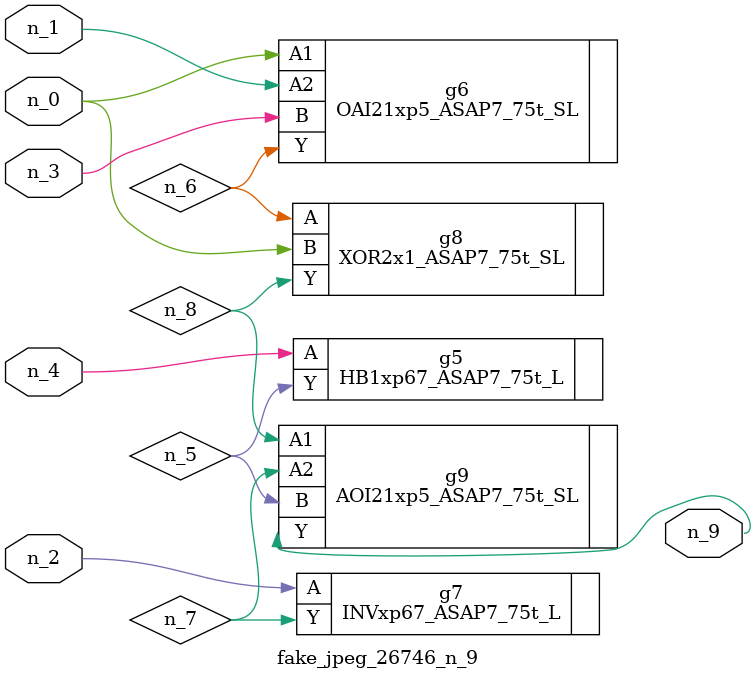
<source format=v>
module fake_jpeg_26746_n_9 (n_3, n_2, n_1, n_0, n_4, n_9);

input n_3;
input n_2;
input n_1;
input n_0;
input n_4;

output n_9;

wire n_8;
wire n_6;
wire n_5;
wire n_7;

HB1xp67_ASAP7_75t_L g5 ( 
.A(n_4),
.Y(n_5)
);

OAI21xp5_ASAP7_75t_SL g6 ( 
.A1(n_0),
.A2(n_1),
.B(n_3),
.Y(n_6)
);

INVxp67_ASAP7_75t_L g7 ( 
.A(n_2),
.Y(n_7)
);

XOR2x1_ASAP7_75t_SL g8 ( 
.A(n_6),
.B(n_0),
.Y(n_8)
);

AOI21xp5_ASAP7_75t_SL g9 ( 
.A1(n_8),
.A2(n_7),
.B(n_5),
.Y(n_9)
);


endmodule
</source>
